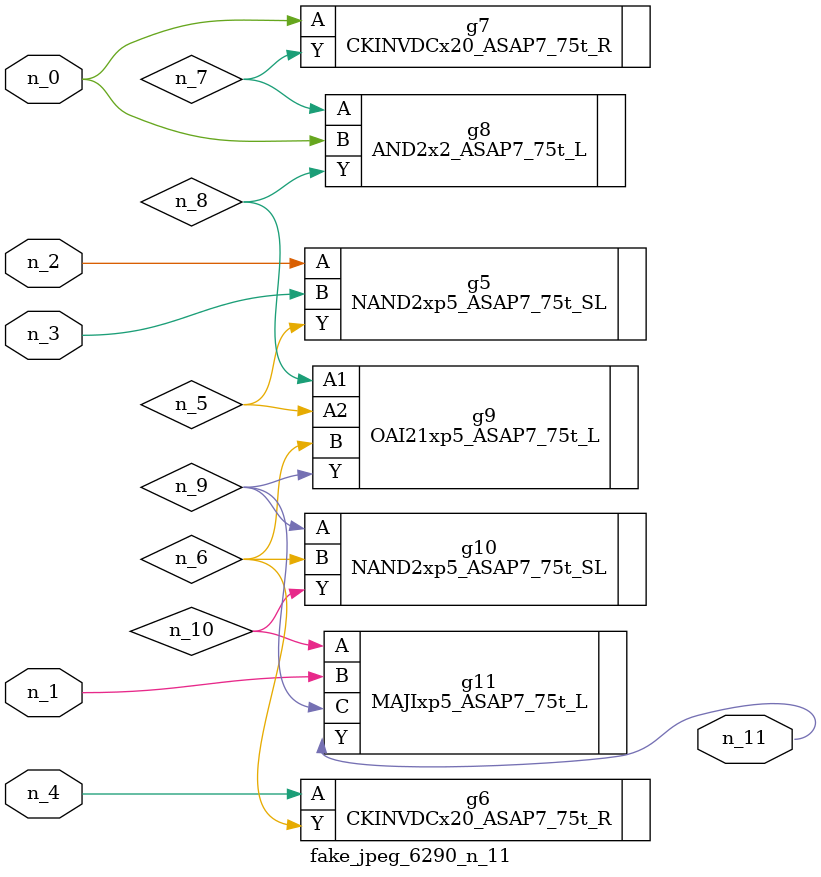
<source format=v>
module fake_jpeg_6290_n_11 (n_3, n_2, n_1, n_0, n_4, n_11);

input n_3;
input n_2;
input n_1;
input n_0;
input n_4;

output n_11;

wire n_10;
wire n_8;
wire n_9;
wire n_6;
wire n_5;
wire n_7;

NAND2xp5_ASAP7_75t_SL g5 ( 
.A(n_2),
.B(n_3),
.Y(n_5)
);

CKINVDCx20_ASAP7_75t_R g6 ( 
.A(n_4),
.Y(n_6)
);

CKINVDCx20_ASAP7_75t_R g7 ( 
.A(n_0),
.Y(n_7)
);

AND2x2_ASAP7_75t_L g8 ( 
.A(n_7),
.B(n_0),
.Y(n_8)
);

OAI21xp5_ASAP7_75t_L g9 ( 
.A1(n_8),
.A2(n_5),
.B(n_6),
.Y(n_9)
);

NAND2xp5_ASAP7_75t_SL g10 ( 
.A(n_9),
.B(n_6),
.Y(n_10)
);

MAJIxp5_ASAP7_75t_L g11 ( 
.A(n_10),
.B(n_1),
.C(n_9),
.Y(n_11)
);


endmodule
</source>
